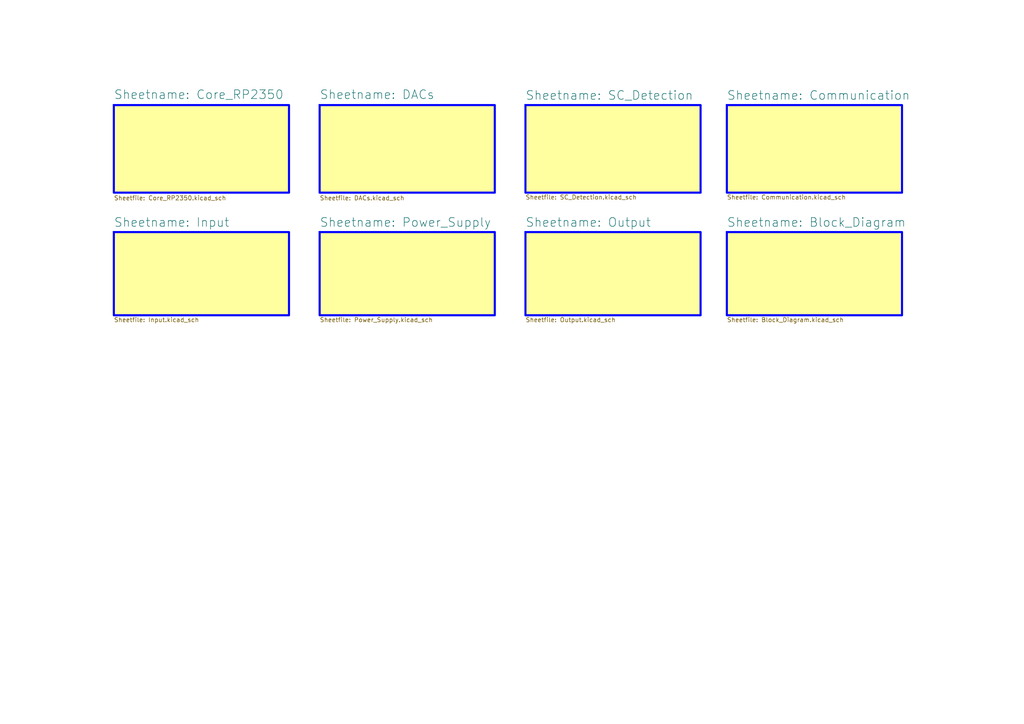
<source format=kicad_sch>
(kicad_sch
	(version 20250114)
	(generator "eeschema")
	(generator_version "9.0")
	(uuid "6b47c519-21c4-43bd-9777-b273999e4447")
	(paper "A4")
	(title_block
		(title "harp device quad dac")
		(date "2025-07-15")
		(rev "1.1")
		(company "The Allen Institute")
		(comment 1 "Hexabitz")
	)
	(lib_symbols)
	(sheet
		(at 210.82 30.48)
		(size 50.8 25.4)
		(exclude_from_sim no)
		(in_bom yes)
		(on_board yes)
		(dnp no)
		(fields_autoplaced yes)
		(stroke
			(width 0.6096)
			(type solid)
			(color 0 0 255 1)
		)
		(fill
			(color 255 255 160 1.0000)
		)
		(uuid "08506a40-9943-41e4-b528-13f6a4c7e855")
		(property "Sheetname" "Communication"
			(at 210.82 29.1334 0)
			(show_name yes)
			(effects
				(font
					(size 2.54 2.54)
				)
				(justify left bottom)
			)
		)
		(property "Sheetfile" "Communication.kicad_sch"
			(at 210.82 56.4646 0)
			(show_name yes)
			(effects
				(font
					(size 1.27 1.27)
				)
				(justify left top)
			)
		)
		(instances
			(project "harp.device.quad.dac"
				(path "/6b47c519-21c4-43bd-9777-b273999e4447"
					(page "4")
				)
			)
		)
	)
	(sheet
		(at 210.82 67.31)
		(size 50.8 24.13)
		(exclude_from_sim no)
		(in_bom yes)
		(on_board yes)
		(dnp no)
		(fields_autoplaced yes)
		(stroke
			(width 0.6096)
			(type solid)
			(color 0 0 255 1)
		)
		(fill
			(color 255 255 160 1.0000)
		)
		(uuid "0ccdaeff-cab2-4ff1-b218-5d9a4a178a6f")
		(property "Sheetname" "Block_Diagram"
			(at 210.82 65.9634 0)
			(show_name yes)
			(effects
				(font
					(size 2.54 2.54)
				)
				(justify left bottom)
			)
		)
		(property "Sheetfile" "Block_Diagram.kicad_sch"
			(at 210.82 92.0246 0)
			(show_name yes)
			(effects
				(font
					(size 1.27 1.27)
				)
				(justify left top)
			)
		)
		(instances
			(project "harp.device.quad.dac"
				(path "/6b47c519-21c4-43bd-9777-b273999e4447"
					(page "8")
				)
			)
		)
	)
	(sheet
		(at 152.4 67.31)
		(size 50.8 24.13)
		(exclude_from_sim no)
		(in_bom yes)
		(on_board yes)
		(dnp no)
		(fields_autoplaced yes)
		(stroke
			(width 0.6096)
			(type solid)
			(color 0 0 255 1)
		)
		(fill
			(color 255 255 160 1.0000)
		)
		(uuid "1783abfe-3faf-469b-a509-8e70c13c0682")
		(property "Sheetname" "Output"
			(at 152.4 65.9634 0)
			(show_name yes)
			(effects
				(font
					(size 2.54 2.54)
				)
				(justify left bottom)
			)
		)
		(property "Sheetfile" "Output.kicad_sch"
			(at 152.4 92.0246 0)
			(show_name yes)
			(effects
				(font
					(size 1.27 1.27)
				)
				(justify left top)
			)
		)
		(instances
			(project "harp.device.quad.dac"
				(path "/6b47c519-21c4-43bd-9777-b273999e4447"
					(page "7")
				)
			)
		)
	)
	(sheet
		(at 152.4 30.48)
		(size 50.8 25.4)
		(exclude_from_sim no)
		(in_bom yes)
		(on_board yes)
		(dnp no)
		(fields_autoplaced yes)
		(stroke
			(width 0.6096)
			(type solid)
			(color 0 0 255 1)
		)
		(fill
			(color 255 255 160 1.0000)
		)
		(uuid "1945aa77-a929-44fd-b3b6-12787633d2f2")
		(property "Sheetname" "SC_Detection"
			(at 152.4 29.1334 0)
			(show_name yes)
			(effects
				(font
					(size 2.54 2.54)
				)
				(justify left bottom)
			)
		)
		(property "Sheetfile" "SC_Detection.kicad_sch"
			(at 152.4 56.4646 0)
			(show_name yes)
			(effects
				(font
					(size 1.27 1.27)
				)
				(justify left top)
			)
		)
		(instances
			(project "harp.device.quad.dac"
				(path "/6b47c519-21c4-43bd-9777-b273999e4447"
					(page "3")
				)
			)
		)
	)
	(sheet
		(at 92.71 30.48)
		(size 50.8 25.4)
		(exclude_from_sim no)
		(in_bom yes)
		(on_board yes)
		(dnp no)
		(fields_autoplaced yes)
		(stroke
			(width 0.6096)
			(type solid)
			(color 0 0 255 1)
		)
		(fill
			(color 255 255 160 1.0000)
		)
		(uuid "50574cb8-ffd5-42a3-a56c-0f0945fbd245")
		(property "Sheetname" "DACs"
			(at 92.71 28.9048 0)
			(show_name yes)
			(effects
				(font
					(size 2.54 2.54)
				)
				(justify left bottom)
			)
		)
		(property "Sheetfile" "DACs.kicad_sch"
			(at 92.71 56.6932 0)
			(show_name yes)
			(effects
				(font
					(size 1.27 1.27)
				)
				(justify left top)
			)
		)
		(instances
			(project "harp.device.quad.dac"
				(path "/6b47c519-21c4-43bd-9777-b273999e4447"
					(page "2")
				)
			)
		)
	)
	(sheet
		(at 33.02 30.48)
		(size 50.8 25.4)
		(exclude_from_sim no)
		(in_bom yes)
		(on_board yes)
		(dnp no)
		(fields_autoplaced yes)
		(stroke
			(width 0.6096)
			(type solid)
			(color 0 0 255 1)
		)
		(fill
			(color 255 255 160 1.0000)
		)
		(uuid "5973743b-c3fc-4963-acef-26c8fa426708")
		(property "Sheetname" "Core_RP2350"
			(at 33.02 28.9048 0)
			(show_name yes)
			(effects
				(font
					(size 2.54 2.54)
				)
				(justify left bottom)
			)
		)
		(property "Sheetfile" "Core_RP2350.kicad_sch"
			(at 33.02 56.6932 0)
			(show_name yes)
			(effects
				(font
					(size 1.27 1.27)
				)
				(justify left top)
			)
		)
		(instances
			(project "harp.device.quad.dac"
				(path "/6b47c519-21c4-43bd-9777-b273999e4447"
					(page "1")
				)
			)
		)
	)
	(sheet
		(at 33.02 67.31)
		(size 50.8 24.13)
		(exclude_from_sim no)
		(in_bom yes)
		(on_board yes)
		(dnp no)
		(fields_autoplaced yes)
		(stroke
			(width 0.6096)
			(type solid)
			(color 0 0 255 1)
		)
		(fill
			(color 255 255 160 1.0000)
		)
		(uuid "8b495cef-3a6a-4801-9796-978978016448")
		(property "Sheetname" "Input"
			(at 33.02 65.9634 0)
			(show_name yes)
			(effects
				(font
					(size 2.54 2.54)
				)
				(justify left bottom)
			)
		)
		(property "Sheetfile" "Input.kicad_sch"
			(at 33.02 92.0246 0)
			(show_name yes)
			(effects
				(font
					(size 1.27 1.27)
				)
				(justify left top)
			)
		)
		(instances
			(project "harp.device.quad.dac"
				(path "/6b47c519-21c4-43bd-9777-b273999e4447"
					(page "5")
				)
			)
		)
	)
	(sheet
		(at 92.71 67.31)
		(size 50.8 24.13)
		(exclude_from_sim no)
		(in_bom yes)
		(on_board yes)
		(dnp no)
		(fields_autoplaced yes)
		(stroke
			(width 0.6096)
			(type solid)
			(color 0 0 255 1)
		)
		(fill
			(color 255 255 160 1.0000)
		)
		(uuid "df92df4e-37ce-471e-93c1-358fcc45baf3")
		(property "Sheetname" "Power_Supply"
			(at 92.71 65.9634 0)
			(show_name yes)
			(effects
				(font
					(size 2.54 2.54)
				)
				(justify left bottom)
			)
		)
		(property "Sheetfile" "Power_Supply.kicad_sch"
			(at 92.71 92.0246 0)
			(show_name yes)
			(effects
				(font
					(size 1.27 1.27)
				)
				(justify left top)
			)
		)
		(instances
			(project "harp.device.quad.dac"
				(path "/6b47c519-21c4-43bd-9777-b273999e4447"
					(page "6")
				)
			)
		)
	)
	(sheet_instances
		(path "/"
			(page "1")
		)
	)
	(embedded_fonts no)
)

</source>
